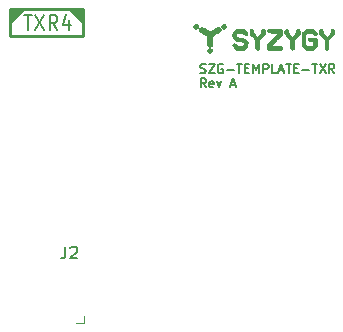
<source format=gbr>
%TF.GenerationSoftware,KiCad,Pcbnew,(6.0.7)*%
%TF.CreationDate,2022-08-04T11:05:02-07:00*%
%TF.ProjectId,SZG-TEMPLATE-TXR,535a472d-5445-44d5-904c-4154452d5458,A*%
%TF.SameCoordinates,Original*%
%TF.FileFunction,Legend,Top*%
%TF.FilePolarity,Positive*%
%FSLAX46Y46*%
G04 Gerber Fmt 4.6, Leading zero omitted, Abs format (unit mm)*
G04 Created by KiCad (PCBNEW (6.0.7)) date 2022-08-04 11:05:02*
%MOMM*%
%LPD*%
G01*
G04 APERTURE LIST*
%ADD10C,0.190500*%
%ADD11C,0.150000*%
%ADD12C,0.200000*%
%ADD13C,0.010000*%
%ADD14C,0.120000*%
%ADD15C,0.254000*%
G04 APERTURE END LIST*
D10*
X136551967Y-65071218D02*
X136660825Y-65107504D01*
X136842253Y-65107504D01*
X136914825Y-65071218D01*
X136951110Y-65034932D01*
X136987396Y-64962361D01*
X136987396Y-64889790D01*
X136951110Y-64817218D01*
X136914825Y-64780932D01*
X136842253Y-64744647D01*
X136697110Y-64708361D01*
X136624539Y-64672075D01*
X136588253Y-64635790D01*
X136551967Y-64563218D01*
X136551967Y-64490647D01*
X136588253Y-64418075D01*
X136624539Y-64381790D01*
X136697110Y-64345504D01*
X136878539Y-64345504D01*
X136987396Y-64381790D01*
X137241396Y-64345504D02*
X137749396Y-64345504D01*
X137241396Y-65107504D01*
X137749396Y-65107504D01*
X138438825Y-64381790D02*
X138366253Y-64345504D01*
X138257396Y-64345504D01*
X138148539Y-64381790D01*
X138075967Y-64454361D01*
X138039682Y-64526932D01*
X138003396Y-64672075D01*
X138003396Y-64780932D01*
X138039682Y-64926075D01*
X138075967Y-64998647D01*
X138148539Y-65071218D01*
X138257396Y-65107504D01*
X138329967Y-65107504D01*
X138438825Y-65071218D01*
X138475110Y-65034932D01*
X138475110Y-64780932D01*
X138329967Y-64780932D01*
X138801682Y-64817218D02*
X139382253Y-64817218D01*
X139636253Y-64345504D02*
X140071682Y-64345504D01*
X139853967Y-65107504D02*
X139853967Y-64345504D01*
X140325682Y-64708361D02*
X140579682Y-64708361D01*
X140688539Y-65107504D02*
X140325682Y-65107504D01*
X140325682Y-64345504D01*
X140688539Y-64345504D01*
X141015110Y-65107504D02*
X141015110Y-64345504D01*
X141269110Y-64889790D01*
X141523110Y-64345504D01*
X141523110Y-65107504D01*
X141885967Y-65107504D02*
X141885967Y-64345504D01*
X142176253Y-64345504D01*
X142248825Y-64381790D01*
X142285110Y-64418075D01*
X142321396Y-64490647D01*
X142321396Y-64599504D01*
X142285110Y-64672075D01*
X142248825Y-64708361D01*
X142176253Y-64744647D01*
X141885967Y-64744647D01*
X143010825Y-65107504D02*
X142647967Y-65107504D01*
X142647967Y-64345504D01*
X143228539Y-64889790D02*
X143591396Y-64889790D01*
X143155967Y-65107504D02*
X143409967Y-64345504D01*
X143663967Y-65107504D01*
X143809110Y-64345504D02*
X144244539Y-64345504D01*
X144026825Y-65107504D02*
X144026825Y-64345504D01*
X144498539Y-64708361D02*
X144752539Y-64708361D01*
X144861396Y-65107504D02*
X144498539Y-65107504D01*
X144498539Y-64345504D01*
X144861396Y-64345504D01*
X145187967Y-64817218D02*
X145768539Y-64817218D01*
X146022539Y-64345504D02*
X146457967Y-64345504D01*
X146240253Y-65107504D02*
X146240253Y-64345504D01*
X146639396Y-64345504D02*
X147147396Y-65107504D01*
X147147396Y-64345504D02*
X146639396Y-65107504D01*
X147873110Y-65107504D02*
X147619110Y-64744647D01*
X147437682Y-65107504D02*
X147437682Y-64345504D01*
X147727967Y-64345504D01*
X147800539Y-64381790D01*
X147836825Y-64418075D01*
X147873110Y-64490647D01*
X147873110Y-64599504D01*
X147836825Y-64672075D01*
X147800539Y-64708361D01*
X147727967Y-64744647D01*
X147437682Y-64744647D01*
X137023682Y-66334324D02*
X136769682Y-65971467D01*
X136588253Y-66334324D02*
X136588253Y-65572324D01*
X136878539Y-65572324D01*
X136951110Y-65608610D01*
X136987396Y-65644895D01*
X137023682Y-65717467D01*
X137023682Y-65826324D01*
X136987396Y-65898895D01*
X136951110Y-65935181D01*
X136878539Y-65971467D01*
X136588253Y-65971467D01*
X137640539Y-66298038D02*
X137567967Y-66334324D01*
X137422825Y-66334324D01*
X137350253Y-66298038D01*
X137313967Y-66225467D01*
X137313967Y-65935181D01*
X137350253Y-65862610D01*
X137422825Y-65826324D01*
X137567967Y-65826324D01*
X137640539Y-65862610D01*
X137676825Y-65935181D01*
X137676825Y-66007752D01*
X137313967Y-66080324D01*
X137930825Y-65826324D02*
X138112253Y-66334324D01*
X138293682Y-65826324D01*
X139128253Y-66116610D02*
X139491110Y-66116610D01*
X139055682Y-66334324D02*
X139309682Y-65572324D01*
X139563682Y-66334324D01*
D11*
%TO.C,J2*%
X125116666Y-79802380D02*
X125116666Y-80516666D01*
X125069047Y-80659523D01*
X124973809Y-80754761D01*
X124830952Y-80802380D01*
X124735714Y-80802380D01*
X125545238Y-79897619D02*
X125592857Y-79850000D01*
X125688095Y-79802380D01*
X125926190Y-79802380D01*
X126021428Y-79850000D01*
X126069047Y-79897619D01*
X126116666Y-79992857D01*
X126116666Y-80088095D01*
X126069047Y-80230952D01*
X125497619Y-80802380D01*
X126116666Y-80802380D01*
D12*
%TO.C,REF\u002A\u002A*%
X121644403Y-60184274D02*
X122301546Y-60184274D01*
X121972974Y-61484274D02*
X121972974Y-60184274D01*
X122575355Y-60184274D02*
X123342022Y-61484274D01*
X123342022Y-60184274D02*
X122575355Y-61484274D01*
X124437260Y-61484274D02*
X124053927Y-60865226D01*
X123780117Y-61484274D02*
X123780117Y-60184274D01*
X124218213Y-60184274D01*
X124327736Y-60246179D01*
X124382498Y-60308083D01*
X124437260Y-60431893D01*
X124437260Y-60617607D01*
X124382498Y-60741417D01*
X124327736Y-60803321D01*
X124218213Y-60865226D01*
X123780117Y-60865226D01*
X125422974Y-60617607D02*
X125422974Y-61484274D01*
X125149165Y-60122369D02*
X124875355Y-61050940D01*
X125587260Y-61050940D01*
%TO.C,G\u002A\u002A\u002A*%
G36*
X142972718Y-61365898D02*
G01*
X143111265Y-61368664D01*
X143229391Y-61372904D01*
X143319419Y-61378318D01*
X143373672Y-61384602D01*
X143382879Y-61386986D01*
X143431873Y-61428703D01*
X143466826Y-61505524D01*
X143484794Y-61607724D01*
X143483466Y-61719293D01*
X143479680Y-61751963D01*
X143472807Y-61781646D01*
X143459319Y-61812590D01*
X143435689Y-61849043D01*
X143398389Y-61895255D01*
X143343891Y-61955473D01*
X143268666Y-62033946D01*
X143169188Y-62134921D01*
X143041929Y-62262647D01*
X142984612Y-62320022D01*
X142861931Y-62443354D01*
X142750551Y-62556385D01*
X142654491Y-62654949D01*
X142577772Y-62734885D01*
X142524411Y-62792029D01*
X142498429Y-62822216D01*
X142496546Y-62825606D01*
X142518464Y-62830892D01*
X142579535Y-62835516D01*
X142672729Y-62839207D01*
X142791018Y-62841697D01*
X142927374Y-62842716D01*
X142943240Y-62842727D01*
X143099081Y-62843087D01*
X143215292Y-62844547D01*
X143298421Y-62847678D01*
X143355017Y-62853049D01*
X143391627Y-62861231D01*
X143414801Y-62872795D01*
X143428149Y-62884955D01*
X143461607Y-62952943D01*
X143458649Y-63029805D01*
X143420182Y-63096727D01*
X143403100Y-63111405D01*
X143381015Y-63122600D01*
X143347948Y-63130782D01*
X143297915Y-63136419D01*
X143224936Y-63139981D01*
X143123027Y-63141937D01*
X142986209Y-63142756D01*
X142831364Y-63142909D01*
X142658695Y-63142704D01*
X142526225Y-63141778D01*
X142427974Y-63139660D01*
X142357958Y-63135881D01*
X142310196Y-63129973D01*
X142278706Y-63121467D01*
X142257508Y-63109892D01*
X142242546Y-63096727D01*
X142218809Y-63065521D01*
X142204728Y-63022767D01*
X142198012Y-62956777D01*
X142196364Y-62861273D01*
X142196364Y-62672000D01*
X142684906Y-62181527D01*
X143173447Y-61691054D01*
X142733450Y-61683845D01*
X142578359Y-61680903D01*
X142462683Y-61677405D01*
X142379655Y-61672643D01*
X142322509Y-61665907D01*
X142284477Y-61656488D01*
X142258793Y-61643677D01*
X142244908Y-61632648D01*
X142202852Y-61567790D01*
X142201366Y-61495371D01*
X142239716Y-61428491D01*
X142257205Y-61412767D01*
X142279688Y-61397031D01*
X142306023Y-61385175D01*
X142342648Y-61376652D01*
X142396001Y-61370916D01*
X142472519Y-61367422D01*
X142578638Y-61365624D01*
X142720798Y-61364974D01*
X142821429Y-61364909D01*
X142972718Y-61365898D01*
G37*
D13*
X142972718Y-61365898D02*
X143111265Y-61368664D01*
X143229391Y-61372904D01*
X143319419Y-61378318D01*
X143373672Y-61384602D01*
X143382879Y-61386986D01*
X143431873Y-61428703D01*
X143466826Y-61505524D01*
X143484794Y-61607724D01*
X143483466Y-61719293D01*
X143479680Y-61751963D01*
X143472807Y-61781646D01*
X143459319Y-61812590D01*
X143435689Y-61849043D01*
X143398389Y-61895255D01*
X143343891Y-61955473D01*
X143268666Y-62033946D01*
X143169188Y-62134921D01*
X143041929Y-62262647D01*
X142984612Y-62320022D01*
X142861931Y-62443354D01*
X142750551Y-62556385D01*
X142654491Y-62654949D01*
X142577772Y-62734885D01*
X142524411Y-62792029D01*
X142498429Y-62822216D01*
X142496546Y-62825606D01*
X142518464Y-62830892D01*
X142579535Y-62835516D01*
X142672729Y-62839207D01*
X142791018Y-62841697D01*
X142927374Y-62842716D01*
X142943240Y-62842727D01*
X143099081Y-62843087D01*
X143215292Y-62844547D01*
X143298421Y-62847678D01*
X143355017Y-62853049D01*
X143391627Y-62861231D01*
X143414801Y-62872795D01*
X143428149Y-62884955D01*
X143461607Y-62952943D01*
X143458649Y-63029805D01*
X143420182Y-63096727D01*
X143403100Y-63111405D01*
X143381015Y-63122600D01*
X143347948Y-63130782D01*
X143297915Y-63136419D01*
X143224936Y-63139981D01*
X143123027Y-63141937D01*
X142986209Y-63142756D01*
X142831364Y-63142909D01*
X142658695Y-63142704D01*
X142526225Y-63141778D01*
X142427974Y-63139660D01*
X142357958Y-63135881D01*
X142310196Y-63129973D01*
X142278706Y-63121467D01*
X142257508Y-63109892D01*
X142242546Y-63096727D01*
X142218809Y-63065521D01*
X142204728Y-63022767D01*
X142198012Y-62956777D01*
X142196364Y-62861273D01*
X142196364Y-62672000D01*
X142684906Y-62181527D01*
X143173447Y-61691054D01*
X142733450Y-61683845D01*
X142578359Y-61680903D01*
X142462683Y-61677405D01*
X142379655Y-61672643D01*
X142322509Y-61665907D01*
X142284477Y-61656488D01*
X142258793Y-61643677D01*
X142244908Y-61632648D01*
X142202852Y-61567790D01*
X142201366Y-61495371D01*
X142239716Y-61428491D01*
X142257205Y-61412767D01*
X142279688Y-61397031D01*
X142306023Y-61385175D01*
X142342648Y-61376652D01*
X142396001Y-61370916D01*
X142472519Y-61367422D01*
X142578638Y-61365624D01*
X142720798Y-61364974D01*
X142821429Y-61364909D01*
X142972718Y-61365898D01*
G36*
X146805766Y-61384187D02*
G01*
X146859727Y-61434375D01*
X146895254Y-61515085D01*
X146906569Y-61607941D01*
X146909601Y-61653315D01*
X146922381Y-61693100D01*
X146951003Y-61736698D01*
X147001557Y-61793514D01*
X147074879Y-61867732D01*
X147242849Y-62034580D01*
X147409697Y-61866611D01*
X147485155Y-61789523D01*
X147533583Y-61734771D01*
X147560959Y-61692387D01*
X147573260Y-61652407D01*
X147576465Y-61604865D01*
X147576546Y-61588453D01*
X147583230Y-61507420D01*
X147607845Y-61451079D01*
X147633223Y-61421587D01*
X147690798Y-61376192D01*
X147742597Y-61370302D01*
X147803387Y-61403203D01*
X147815886Y-61412767D01*
X147846270Y-61440090D01*
X147864412Y-61471020D01*
X147873439Y-61517596D01*
X147876477Y-61591858D01*
X147876728Y-61647127D01*
X147876728Y-61833629D01*
X147391818Y-62325711D01*
X147391818Y-62671445D01*
X147390709Y-62816442D01*
X147386995Y-62922058D01*
X147380094Y-62995046D01*
X147369424Y-63042164D01*
X147357888Y-63065621D01*
X147299058Y-63116871D01*
X147228231Y-63129165D01*
X147207091Y-63124592D01*
X147165336Y-63108688D01*
X147135042Y-63086333D01*
X147114387Y-63050577D01*
X147101546Y-62994468D01*
X147094696Y-62911056D01*
X147092013Y-62793388D01*
X147091637Y-62684549D01*
X147091637Y-62325711D01*
X146849182Y-62079670D01*
X146606728Y-61833629D01*
X146606728Y-61634438D01*
X146607601Y-61537357D01*
X146612052Y-61475463D01*
X146622826Y-61437765D01*
X146642670Y-61413275D01*
X146666244Y-61396250D01*
X146739298Y-61369739D01*
X146805766Y-61384187D01*
G37*
X146805766Y-61384187D02*
X146859727Y-61434375D01*
X146895254Y-61515085D01*
X146906569Y-61607941D01*
X146909601Y-61653315D01*
X146922381Y-61693100D01*
X146951003Y-61736698D01*
X147001557Y-61793514D01*
X147074879Y-61867732D01*
X147242849Y-62034580D01*
X147409697Y-61866611D01*
X147485155Y-61789523D01*
X147533583Y-61734771D01*
X147560959Y-61692387D01*
X147573260Y-61652407D01*
X147576465Y-61604865D01*
X147576546Y-61588453D01*
X147583230Y-61507420D01*
X147607845Y-61451079D01*
X147633223Y-61421587D01*
X147690798Y-61376192D01*
X147742597Y-61370302D01*
X147803387Y-61403203D01*
X147815886Y-61412767D01*
X147846270Y-61440090D01*
X147864412Y-61471020D01*
X147873439Y-61517596D01*
X147876477Y-61591858D01*
X147876728Y-61647127D01*
X147876728Y-61833629D01*
X147391818Y-62325711D01*
X147391818Y-62671445D01*
X147390709Y-62816442D01*
X147386995Y-62922058D01*
X147380094Y-62995046D01*
X147369424Y-63042164D01*
X147357888Y-63065621D01*
X147299058Y-63116871D01*
X147228231Y-63129165D01*
X147207091Y-63124592D01*
X147165336Y-63108688D01*
X147135042Y-63086333D01*
X147114387Y-63050577D01*
X147101546Y-62994468D01*
X147094696Y-62911056D01*
X147092013Y-62793388D01*
X147091637Y-62684549D01*
X147091637Y-62325711D01*
X146849182Y-62079670D01*
X146606728Y-61833629D01*
X146606728Y-61634438D01*
X146607601Y-61537357D01*
X146612052Y-61475463D01*
X146622826Y-61437765D01*
X146642670Y-61413275D01*
X146666244Y-61396250D01*
X146739298Y-61369739D01*
X146805766Y-61384187D01*
G36*
X141894454Y-61377231D02*
G01*
X141954959Y-61421587D01*
X141985236Y-61457608D01*
X142002405Y-61498951D01*
X142010018Y-61559581D01*
X142011637Y-61644401D01*
X142011637Y-61810538D01*
X141769182Y-62056579D01*
X141526728Y-62302620D01*
X141526728Y-62643093D01*
X141524675Y-62804422D01*
X141517541Y-62925625D01*
X141503858Y-63012615D01*
X141482159Y-63071306D01*
X141450977Y-63107612D01*
X141408846Y-63127448D01*
X141406425Y-63128113D01*
X141350543Y-63140086D01*
X141313710Y-63132687D01*
X141273520Y-63099499D01*
X141260132Y-63086231D01*
X141238715Y-63063112D01*
X141223510Y-63038286D01*
X141213454Y-63003914D01*
X141207484Y-62952157D01*
X141204537Y-62875178D01*
X141203550Y-62765136D01*
X141203455Y-62668420D01*
X141203455Y-62307286D01*
X140987676Y-62095870D01*
X140904124Y-62012195D01*
X140831252Y-61935844D01*
X140776350Y-61874694D01*
X140746712Y-61836619D01*
X140745222Y-61834018D01*
X140731282Y-61785006D01*
X140721628Y-61707763D01*
X140718546Y-61630923D01*
X140721015Y-61543400D01*
X140731135Y-61486883D01*
X140752979Y-61446334D01*
X140775223Y-61421587D01*
X140832798Y-61376192D01*
X140884597Y-61370302D01*
X140945387Y-61403203D01*
X140957886Y-61412767D01*
X140995682Y-61450292D01*
X141013757Y-61496321D01*
X141018701Y-61568679D01*
X141018728Y-61577315D01*
X141020098Y-61630670D01*
X141028075Y-61672501D01*
X141048456Y-61712700D01*
X141087038Y-61761157D01*
X141149621Y-61827766D01*
X141189538Y-61868732D01*
X141360349Y-62043459D01*
X141521667Y-61887719D01*
X141595930Y-61815080D01*
X141643443Y-61763031D01*
X141670784Y-61720195D01*
X141684534Y-61675195D01*
X141691273Y-61616655D01*
X141693169Y-61591191D01*
X141703419Y-61503543D01*
X141721699Y-61447953D01*
X141752816Y-61410413D01*
X141756144Y-61407656D01*
X141827096Y-61369865D01*
X141894454Y-61377231D01*
G37*
X141894454Y-61377231D02*
X141954959Y-61421587D01*
X141985236Y-61457608D01*
X142002405Y-61498951D01*
X142010018Y-61559581D01*
X142011637Y-61644401D01*
X142011637Y-61810538D01*
X141769182Y-62056579D01*
X141526728Y-62302620D01*
X141526728Y-62643093D01*
X141524675Y-62804422D01*
X141517541Y-62925625D01*
X141503858Y-63012615D01*
X141482159Y-63071306D01*
X141450977Y-63107612D01*
X141408846Y-63127448D01*
X141406425Y-63128113D01*
X141350543Y-63140086D01*
X141313710Y-63132687D01*
X141273520Y-63099499D01*
X141260132Y-63086231D01*
X141238715Y-63063112D01*
X141223510Y-63038286D01*
X141213454Y-63003914D01*
X141207484Y-62952157D01*
X141204537Y-62875178D01*
X141203550Y-62765136D01*
X141203455Y-62668420D01*
X141203455Y-62307286D01*
X140987676Y-62095870D01*
X140904124Y-62012195D01*
X140831252Y-61935844D01*
X140776350Y-61874694D01*
X140746712Y-61836619D01*
X140745222Y-61834018D01*
X140731282Y-61785006D01*
X140721628Y-61707763D01*
X140718546Y-61630923D01*
X140721015Y-61543400D01*
X140731135Y-61486883D01*
X140752979Y-61446334D01*
X140775223Y-61421587D01*
X140832798Y-61376192D01*
X140884597Y-61370302D01*
X140945387Y-61403203D01*
X140957886Y-61412767D01*
X140995682Y-61450292D01*
X141013757Y-61496321D01*
X141018701Y-61568679D01*
X141018728Y-61577315D01*
X141020098Y-61630670D01*
X141028075Y-61672501D01*
X141048456Y-61712700D01*
X141087038Y-61761157D01*
X141149621Y-61827766D01*
X141189538Y-61868732D01*
X141360349Y-62043459D01*
X141521667Y-61887719D01*
X141595930Y-61815080D01*
X141643443Y-61763031D01*
X141670784Y-61720195D01*
X141684534Y-61675195D01*
X141691273Y-61616655D01*
X141693169Y-61591191D01*
X141703419Y-61503543D01*
X141721699Y-61447953D01*
X141752816Y-61410413D01*
X141756144Y-61407656D01*
X141827096Y-61369865D01*
X141894454Y-61377231D01*
G36*
X136633492Y-61213003D02*
G01*
X136670035Y-61222917D01*
X136719393Y-61244197D01*
X136787848Y-61279657D01*
X136881683Y-61332109D01*
X137007178Y-61404368D01*
X137050962Y-61429761D01*
X137148696Y-61484874D01*
X137234230Y-61530126D01*
X137298524Y-61560934D01*
X137332537Y-61572716D01*
X137333014Y-61572727D01*
X137366510Y-61561237D01*
X137429310Y-61530151D01*
X137511680Y-61484549D01*
X137583143Y-61442235D01*
X137739850Y-61349193D01*
X137864494Y-61281743D01*
X137962595Y-61238639D01*
X138039672Y-61218634D01*
X138101246Y-61220482D01*
X138152834Y-61242935D01*
X138199958Y-61284748D01*
X138213250Y-61299928D01*
X138255819Y-61364061D01*
X138269021Y-61424830D01*
X138250344Y-61485930D01*
X138197277Y-61551057D01*
X138107309Y-61623906D01*
X137977929Y-61708172D01*
X137907290Y-61750156D01*
X137803529Y-61810325D01*
X137710825Y-61863621D01*
X137638188Y-61904894D01*
X137594631Y-61928995D01*
X137590275Y-61931265D01*
X137573494Y-61942627D01*
X137560919Y-61961656D01*
X137551650Y-61994986D01*
X137544784Y-62049246D01*
X137539421Y-62131068D01*
X137534660Y-62247085D01*
X137530646Y-62369992D01*
X137526283Y-62503164D01*
X137522053Y-62619295D01*
X137518260Y-62710953D01*
X137515211Y-62770707D01*
X137513328Y-62791112D01*
X137486699Y-62811605D01*
X137437418Y-62840917D01*
X137383673Y-62869132D01*
X137343657Y-62886335D01*
X137335728Y-62887919D01*
X137300272Y-62878780D01*
X137244927Y-62857623D01*
X137239409Y-62855248D01*
X137181368Y-62819869D01*
X137142066Y-62778286D01*
X137141273Y-62776852D01*
X137131762Y-62735462D01*
X137124220Y-62654311D01*
X137119018Y-62539792D01*
X137116528Y-62398298D01*
X137116364Y-62348080D01*
X137116364Y-61965852D01*
X137029773Y-61911505D01*
X136954221Y-61865664D01*
X136868014Y-61815520D01*
X136839273Y-61799328D01*
X136694956Y-61718392D01*
X136586266Y-61655000D01*
X136508173Y-61604792D01*
X136455649Y-61563405D01*
X136423664Y-61526478D01*
X136407192Y-61489649D01*
X136401201Y-61448555D01*
X136400546Y-61418786D01*
X136421718Y-61334706D01*
X136477558Y-61264045D01*
X136556552Y-61220283D01*
X136573728Y-61216021D01*
X136603484Y-61211643D01*
X136633492Y-61213003D01*
G37*
X136633492Y-61213003D02*
X136670035Y-61222917D01*
X136719393Y-61244197D01*
X136787848Y-61279657D01*
X136881683Y-61332109D01*
X137007178Y-61404368D01*
X137050962Y-61429761D01*
X137148696Y-61484874D01*
X137234230Y-61530126D01*
X137298524Y-61560934D01*
X137332537Y-61572716D01*
X137333014Y-61572727D01*
X137366510Y-61561237D01*
X137429310Y-61530151D01*
X137511680Y-61484549D01*
X137583143Y-61442235D01*
X137739850Y-61349193D01*
X137864494Y-61281743D01*
X137962595Y-61238639D01*
X138039672Y-61218634D01*
X138101246Y-61220482D01*
X138152834Y-61242935D01*
X138199958Y-61284748D01*
X138213250Y-61299928D01*
X138255819Y-61364061D01*
X138269021Y-61424830D01*
X138250344Y-61485930D01*
X138197277Y-61551057D01*
X138107309Y-61623906D01*
X137977929Y-61708172D01*
X137907290Y-61750156D01*
X137803529Y-61810325D01*
X137710825Y-61863621D01*
X137638188Y-61904894D01*
X137594631Y-61928995D01*
X137590275Y-61931265D01*
X137573494Y-61942627D01*
X137560919Y-61961656D01*
X137551650Y-61994986D01*
X137544784Y-62049246D01*
X137539421Y-62131068D01*
X137534660Y-62247085D01*
X137530646Y-62369992D01*
X137526283Y-62503164D01*
X137522053Y-62619295D01*
X137518260Y-62710953D01*
X137515211Y-62770707D01*
X137513328Y-62791112D01*
X137486699Y-62811605D01*
X137437418Y-62840917D01*
X137383673Y-62869132D01*
X137343657Y-62886335D01*
X137335728Y-62887919D01*
X137300272Y-62878780D01*
X137244927Y-62857623D01*
X137239409Y-62855248D01*
X137181368Y-62819869D01*
X137142066Y-62778286D01*
X137141273Y-62776852D01*
X137131762Y-62735462D01*
X137124220Y-62654311D01*
X137119018Y-62539792D01*
X137116528Y-62398298D01*
X137116364Y-62348080D01*
X137116364Y-61965852D01*
X137029773Y-61911505D01*
X136954221Y-61865664D01*
X136868014Y-61815520D01*
X136839273Y-61799328D01*
X136694956Y-61718392D01*
X136586266Y-61655000D01*
X136508173Y-61604792D01*
X136455649Y-61563405D01*
X136423664Y-61526478D01*
X136407192Y-61489649D01*
X136401201Y-61448555D01*
X136400546Y-61418786D01*
X136421718Y-61334706D01*
X136477558Y-61264045D01*
X136556552Y-61220283D01*
X136573728Y-61216021D01*
X136603484Y-61211643D01*
X136633492Y-61213003D01*
G36*
X146236649Y-61537472D02*
G01*
X146314988Y-61617970D01*
X146364192Y-61676821D01*
X146390151Y-61722482D01*
X146398750Y-61763411D01*
X146398909Y-61770575D01*
X146385271Y-61836470D01*
X146356682Y-61880876D01*
X146298073Y-61915366D01*
X146234884Y-61912619D01*
X146161729Y-61871092D01*
X146087182Y-61803636D01*
X145973464Y-61688182D01*
X145775080Y-61688182D01*
X145678313Y-61688973D01*
X145615097Y-61693701D01*
X145572802Y-61705900D01*
X145538798Y-61729103D01*
X145502894Y-61764327D01*
X145429091Y-61840471D01*
X145429091Y-62671718D01*
X145516656Y-62757223D01*
X145563455Y-62800730D01*
X145602868Y-62826226D01*
X145649675Y-62838520D01*
X145718654Y-62842418D01*
X145779514Y-62842727D01*
X145954808Y-62842727D01*
X146039473Y-62749013D01*
X146089130Y-62689522D01*
X146113112Y-62641048D01*
X146119049Y-62582619D01*
X146117206Y-62535422D01*
X146110273Y-62415545D01*
X145911030Y-62408915D01*
X145789282Y-62399921D01*
X145706837Y-62380109D01*
X145657385Y-62345904D01*
X145634618Y-62293729D01*
X145631137Y-62250297D01*
X145638381Y-62195542D01*
X145663991Y-62155843D01*
X145713782Y-62129018D01*
X145793569Y-62112886D01*
X145909167Y-62105263D01*
X146021517Y-62103818D01*
X146141845Y-62104300D01*
X146225149Y-62106752D01*
X146280585Y-62112684D01*
X146317308Y-62123604D01*
X146344474Y-62141023D01*
X146365323Y-62160496D01*
X146389710Y-62187601D01*
X146405878Y-62217213D01*
X146415507Y-62258952D01*
X146420278Y-62322436D01*
X146421870Y-62417286D01*
X146422000Y-62484915D01*
X146419303Y-62628926D01*
X146410893Y-62731851D01*
X146396294Y-62798490D01*
X146389175Y-62815010D01*
X146350287Y-62869990D01*
X146287581Y-62940278D01*
X146213944Y-63013158D01*
X146142266Y-63075915D01*
X146085435Y-63115834D01*
X146082927Y-63117149D01*
X146038460Y-63127656D01*
X145960036Y-63135188D01*
X145859786Y-63139679D01*
X145749842Y-63141064D01*
X145642338Y-63139278D01*
X145549404Y-63134258D01*
X145483174Y-63125936D01*
X145463728Y-63120460D01*
X145426720Y-63095431D01*
X145368819Y-63045984D01*
X145300698Y-62981415D01*
X145279000Y-62959604D01*
X145140455Y-62818270D01*
X145133426Y-62295676D01*
X145131948Y-62088855D01*
X145133639Y-61925532D01*
X145138475Y-61806437D01*
X145146435Y-61732301D01*
X145151947Y-61711401D01*
X145180172Y-61666396D01*
X145232230Y-61602101D01*
X145298113Y-61530647D01*
X145315570Y-61513087D01*
X145453643Y-61376455D01*
X146074388Y-61376455D01*
X146236649Y-61537472D01*
G37*
X146236649Y-61537472D02*
X146314988Y-61617970D01*
X146364192Y-61676821D01*
X146390151Y-61722482D01*
X146398750Y-61763411D01*
X146398909Y-61770575D01*
X146385271Y-61836470D01*
X146356682Y-61880876D01*
X146298073Y-61915366D01*
X146234884Y-61912619D01*
X146161729Y-61871092D01*
X146087182Y-61803636D01*
X145973464Y-61688182D01*
X145775080Y-61688182D01*
X145678313Y-61688973D01*
X145615097Y-61693701D01*
X145572802Y-61705900D01*
X145538798Y-61729103D01*
X145502894Y-61764327D01*
X145429091Y-61840471D01*
X145429091Y-62671718D01*
X145516656Y-62757223D01*
X145563455Y-62800730D01*
X145602868Y-62826226D01*
X145649675Y-62838520D01*
X145718654Y-62842418D01*
X145779514Y-62842727D01*
X145954808Y-62842727D01*
X146039473Y-62749013D01*
X146089130Y-62689522D01*
X146113112Y-62641048D01*
X146119049Y-62582619D01*
X146117206Y-62535422D01*
X146110273Y-62415545D01*
X145911030Y-62408915D01*
X145789282Y-62399921D01*
X145706837Y-62380109D01*
X145657385Y-62345904D01*
X145634618Y-62293729D01*
X145631137Y-62250297D01*
X145638381Y-62195542D01*
X145663991Y-62155843D01*
X145713782Y-62129018D01*
X145793569Y-62112886D01*
X145909167Y-62105263D01*
X146021517Y-62103818D01*
X146141845Y-62104300D01*
X146225149Y-62106752D01*
X146280585Y-62112684D01*
X146317308Y-62123604D01*
X146344474Y-62141023D01*
X146365323Y-62160496D01*
X146389710Y-62187601D01*
X146405878Y-62217213D01*
X146415507Y-62258952D01*
X146420278Y-62322436D01*
X146421870Y-62417286D01*
X146422000Y-62484915D01*
X146419303Y-62628926D01*
X146410893Y-62731851D01*
X146396294Y-62798490D01*
X146389175Y-62815010D01*
X146350287Y-62869990D01*
X146287581Y-62940278D01*
X146213944Y-63013158D01*
X146142266Y-63075915D01*
X146085435Y-63115834D01*
X146082927Y-63117149D01*
X146038460Y-63127656D01*
X145960036Y-63135188D01*
X145859786Y-63139679D01*
X145749842Y-63141064D01*
X145642338Y-63139278D01*
X145549404Y-63134258D01*
X145483174Y-63125936D01*
X145463728Y-63120460D01*
X145426720Y-63095431D01*
X145368819Y-63045984D01*
X145300698Y-62981415D01*
X145279000Y-62959604D01*
X145140455Y-62818270D01*
X145133426Y-62295676D01*
X145131948Y-62088855D01*
X145133639Y-61925532D01*
X145138475Y-61806437D01*
X145146435Y-61732301D01*
X145151947Y-61711401D01*
X145180172Y-61666396D01*
X145232230Y-61602101D01*
X145298113Y-61530647D01*
X145315570Y-61513087D01*
X145453643Y-61376455D01*
X146074388Y-61376455D01*
X146236649Y-61537472D01*
G36*
X136243672Y-60979340D02*
G01*
X136307979Y-61043724D01*
X136331739Y-61088944D01*
X136344378Y-61174419D01*
X136317235Y-61256084D01*
X136255650Y-61320301D01*
X136236804Y-61331362D01*
X136167449Y-61359476D01*
X136111867Y-61358228D01*
X136065728Y-61338108D01*
X135985288Y-61273839D01*
X135946418Y-61196398D01*
X135950396Y-61112534D01*
X135998497Y-61028995D01*
X136005719Y-61020987D01*
X136083011Y-60965985D01*
X136165505Y-60952764D01*
X136243672Y-60979340D01*
G37*
X136243672Y-60979340D02*
X136307979Y-61043724D01*
X136331739Y-61088944D01*
X136344378Y-61174419D01*
X136317235Y-61256084D01*
X136255650Y-61320301D01*
X136236804Y-61331362D01*
X136167449Y-61359476D01*
X136111867Y-61358228D01*
X136065728Y-61338108D01*
X135985288Y-61273839D01*
X135946418Y-61196398D01*
X135950396Y-61112534D01*
X135998497Y-61028995D01*
X136005719Y-61020987D01*
X136083011Y-60965985D01*
X136165505Y-60952764D01*
X136243672Y-60979340D01*
G36*
X139912174Y-61366870D02*
G01*
X139967120Y-61368518D01*
X140212930Y-61376455D01*
X140376223Y-61544053D01*
X140450500Y-61621648D01*
X140497134Y-61675763D01*
X140521514Y-61715193D01*
X140529030Y-61748732D01*
X140525070Y-61785174D01*
X140524810Y-61786507D01*
X140493734Y-61869412D01*
X140442574Y-61911818D01*
X140373667Y-61913604D01*
X140289351Y-61874643D01*
X140201160Y-61803636D01*
X140079083Y-61688182D01*
X139886305Y-61688182D01*
X139789468Y-61689402D01*
X139726031Y-61695113D01*
X139683234Y-61708389D01*
X139648319Y-61732303D01*
X139628764Y-61750229D01*
X139574059Y-61826638D01*
X139565267Y-61906095D01*
X139602329Y-61987213D01*
X139640145Y-62030016D01*
X139675727Y-62063032D01*
X139707814Y-62084358D01*
X139747340Y-62096547D01*
X139805241Y-62102155D01*
X139892451Y-62103738D01*
X139955969Y-62103818D01*
X140195648Y-62103818D01*
X140538852Y-62447022D01*
X140530393Y-62633284D01*
X140521935Y-62819547D01*
X140366092Y-62975455D01*
X140210249Y-63131364D01*
X139915988Y-63138044D01*
X139790104Y-63140058D01*
X139700940Y-63138770D01*
X139639093Y-63133224D01*
X139595161Y-63122465D01*
X139559743Y-63105534D01*
X139552455Y-63101073D01*
X139500403Y-63061126D01*
X139433473Y-63000320D01*
X139373500Y-62939518D01*
X139297302Y-62840815D01*
X139262023Y-62753771D01*
X139268102Y-62680744D01*
X139315138Y-62624673D01*
X139365546Y-62597463D01*
X139413618Y-62594420D01*
X139468529Y-62618616D01*
X139539459Y-62673123D01*
X139587091Y-62715727D01*
X139725235Y-62842727D01*
X139896974Y-62842727D01*
X139987052Y-62841376D01*
X140045951Y-62834266D01*
X140088659Y-62816810D01*
X140130164Y-62784425D01*
X140151174Y-62764955D01*
X140214909Y-62688498D01*
X140233810Y-62617895D01*
X140207797Y-62547625D01*
X140147046Y-62481105D01*
X140106763Y-62446560D01*
X140071777Y-62424275D01*
X140030751Y-62411563D01*
X139972352Y-62405735D01*
X139885245Y-62404102D01*
X139822059Y-62404018D01*
X139583663Y-62404000D01*
X139443680Y-62271227D01*
X139347423Y-62171400D01*
X139285433Y-62083324D01*
X139251852Y-61995895D01*
X139240817Y-61898007D01*
X139240728Y-61886699D01*
X139246902Y-61794682D01*
X139269627Y-61717731D01*
X139315207Y-61643544D01*
X139389946Y-61559818D01*
X139426972Y-61523263D01*
X139495449Y-61459973D01*
X139555251Y-61415477D01*
X139616600Y-61386849D01*
X139689721Y-61371157D01*
X139784837Y-61365474D01*
X139912174Y-61366870D01*
G37*
X139912174Y-61366870D02*
X139967120Y-61368518D01*
X140212930Y-61376455D01*
X140376223Y-61544053D01*
X140450500Y-61621648D01*
X140497134Y-61675763D01*
X140521514Y-61715193D01*
X140529030Y-61748732D01*
X140525070Y-61785174D01*
X140524810Y-61786507D01*
X140493734Y-61869412D01*
X140442574Y-61911818D01*
X140373667Y-61913604D01*
X140289351Y-61874643D01*
X140201160Y-61803636D01*
X140079083Y-61688182D01*
X139886305Y-61688182D01*
X139789468Y-61689402D01*
X139726031Y-61695113D01*
X139683234Y-61708389D01*
X139648319Y-61732303D01*
X139628764Y-61750229D01*
X139574059Y-61826638D01*
X139565267Y-61906095D01*
X139602329Y-61987213D01*
X139640145Y-62030016D01*
X139675727Y-62063032D01*
X139707814Y-62084358D01*
X139747340Y-62096547D01*
X139805241Y-62102155D01*
X139892451Y-62103738D01*
X139955969Y-62103818D01*
X140195648Y-62103818D01*
X140538852Y-62447022D01*
X140530393Y-62633284D01*
X140521935Y-62819547D01*
X140366092Y-62975455D01*
X140210249Y-63131364D01*
X139915988Y-63138044D01*
X139790104Y-63140058D01*
X139700940Y-63138770D01*
X139639093Y-63133224D01*
X139595161Y-63122465D01*
X139559743Y-63105534D01*
X139552455Y-63101073D01*
X139500403Y-63061126D01*
X139433473Y-63000320D01*
X139373500Y-62939518D01*
X139297302Y-62840815D01*
X139262023Y-62753771D01*
X139268102Y-62680744D01*
X139315138Y-62624673D01*
X139365546Y-62597463D01*
X139413618Y-62594420D01*
X139468529Y-62618616D01*
X139539459Y-62673123D01*
X139587091Y-62715727D01*
X139725235Y-62842727D01*
X139896974Y-62842727D01*
X139987052Y-62841376D01*
X140045951Y-62834266D01*
X140088659Y-62816810D01*
X140130164Y-62784425D01*
X140151174Y-62764955D01*
X140214909Y-62688498D01*
X140233810Y-62617895D01*
X140207797Y-62547625D01*
X140147046Y-62481105D01*
X140106763Y-62446560D01*
X140071777Y-62424275D01*
X140030751Y-62411563D01*
X139972352Y-62405735D01*
X139885245Y-62404102D01*
X139822059Y-62404018D01*
X139583663Y-62404000D01*
X139443680Y-62271227D01*
X139347423Y-62171400D01*
X139285433Y-62083324D01*
X139251852Y-61995895D01*
X139240817Y-61898007D01*
X139240728Y-61886699D01*
X139246902Y-61794682D01*
X139269627Y-61717731D01*
X139315207Y-61643544D01*
X139389946Y-61559818D01*
X139426972Y-61523263D01*
X139495449Y-61459973D01*
X139555251Y-61415477D01*
X139616600Y-61386849D01*
X139689721Y-61371157D01*
X139784837Y-61365474D01*
X139912174Y-61366870D01*
G36*
X143873347Y-61389100D02*
G01*
X143931037Y-61435267D01*
X143964748Y-61520426D01*
X143974364Y-61628169D01*
X143976732Y-61676003D01*
X143988013Y-61715761D01*
X144014476Y-61757264D01*
X144062390Y-61810332D01*
X144138021Y-61884784D01*
X144138371Y-61885123D01*
X144302379Y-62043459D01*
X144473190Y-61868732D01*
X144549538Y-61789500D01*
X144598936Y-61733109D01*
X144627227Y-61689888D01*
X144640259Y-61650166D01*
X144643876Y-61604270D01*
X144644000Y-61586135D01*
X144658514Y-61489061D01*
X144697150Y-61419596D01*
X144752555Y-61381914D01*
X144817373Y-61380187D01*
X144884248Y-61418590D01*
X144903773Y-61438746D01*
X144926594Y-61478499D01*
X144939331Y-61539172D01*
X144944025Y-61631920D01*
X144944182Y-61659554D01*
X144944182Y-61833629D01*
X144701728Y-62079670D01*
X144459273Y-62325711D01*
X144459273Y-62677632D01*
X144458987Y-62812403D01*
X144457393Y-62908966D01*
X144453383Y-62975294D01*
X144445853Y-63019361D01*
X144433696Y-63049139D01*
X144415806Y-63072602D01*
X144402595Y-63086231D01*
X144332475Y-63134435D01*
X144264450Y-63136558D01*
X144222271Y-63114045D01*
X144189610Y-63079383D01*
X144165868Y-63027975D01*
X144149868Y-62953230D01*
X144140431Y-62848557D01*
X144136380Y-62707365D01*
X144136000Y-62631315D01*
X144136000Y-62307455D01*
X143936129Y-62107500D01*
X143830501Y-61999751D01*
X143754389Y-61915443D01*
X143703103Y-61846992D01*
X143671951Y-61786812D01*
X143656243Y-61727316D01*
X143651290Y-61660919D01*
X143651177Y-61646626D01*
X143663342Y-61526095D01*
X143698291Y-61438984D01*
X143753421Y-61388313D01*
X143826129Y-61377099D01*
X143873347Y-61389100D01*
G37*
X143873347Y-61389100D02*
X143931037Y-61435267D01*
X143964748Y-61520426D01*
X143974364Y-61628169D01*
X143976732Y-61676003D01*
X143988013Y-61715761D01*
X144014476Y-61757264D01*
X144062390Y-61810332D01*
X144138021Y-61884784D01*
X144138371Y-61885123D01*
X144302379Y-62043459D01*
X144473190Y-61868732D01*
X144549538Y-61789500D01*
X144598936Y-61733109D01*
X144627227Y-61689888D01*
X144640259Y-61650166D01*
X144643876Y-61604270D01*
X144644000Y-61586135D01*
X144658514Y-61489061D01*
X144697150Y-61419596D01*
X144752555Y-61381914D01*
X144817373Y-61380187D01*
X144884248Y-61418590D01*
X144903773Y-61438746D01*
X144926594Y-61478499D01*
X144939331Y-61539172D01*
X144944025Y-61631920D01*
X144944182Y-61659554D01*
X144944182Y-61833629D01*
X144701728Y-62079670D01*
X144459273Y-62325711D01*
X144459273Y-62677632D01*
X144458987Y-62812403D01*
X144457393Y-62908966D01*
X144453383Y-62975294D01*
X144445853Y-63019361D01*
X144433696Y-63049139D01*
X144415806Y-63072602D01*
X144402595Y-63086231D01*
X144332475Y-63134435D01*
X144264450Y-63136558D01*
X144222271Y-63114045D01*
X144189610Y-63079383D01*
X144165868Y-63027975D01*
X144149868Y-62953230D01*
X144140431Y-62848557D01*
X144136380Y-62707365D01*
X144136000Y-62631315D01*
X144136000Y-62307455D01*
X143936129Y-62107500D01*
X143830501Y-61999751D01*
X143754389Y-61915443D01*
X143703103Y-61846992D01*
X143671951Y-61786812D01*
X143656243Y-61727316D01*
X143651290Y-61660919D01*
X143651177Y-61646626D01*
X143663342Y-61526095D01*
X143698291Y-61438984D01*
X143753421Y-61388313D01*
X143826129Y-61377099D01*
X143873347Y-61389100D01*
G36*
X137363294Y-62991878D02*
G01*
X137450714Y-63033196D01*
X137506562Y-63098970D01*
X137527738Y-63178861D01*
X137511142Y-63262529D01*
X137464504Y-63329413D01*
X137388884Y-63382990D01*
X137309734Y-63391842D01*
X137229233Y-63362281D01*
X137161946Y-63302367D01*
X137128583Y-63221681D01*
X137134284Y-63134231D01*
X137139906Y-63118729D01*
X137188231Y-63050473D01*
X137259379Y-63003885D01*
X137337059Y-62988217D01*
X137363294Y-62991878D01*
G37*
X137363294Y-62991878D02*
X137450714Y-63033196D01*
X137506562Y-63098970D01*
X137527738Y-63178861D01*
X137511142Y-63262529D01*
X137464504Y-63329413D01*
X137388884Y-63382990D01*
X137309734Y-63391842D01*
X137229233Y-63362281D01*
X137161946Y-63302367D01*
X137128583Y-63221681D01*
X137134284Y-63134231D01*
X137139906Y-63118729D01*
X137188231Y-63050473D01*
X137259379Y-63003885D01*
X137337059Y-62988217D01*
X137363294Y-62991878D01*
G36*
X138615665Y-60986671D02*
G01*
X138649857Y-61020317D01*
X138700432Y-61107181D01*
X138704999Y-61192039D01*
X138663594Y-61273666D01*
X138642140Y-61297413D01*
X138565822Y-61351641D01*
X138489925Y-61359840D01*
X138412268Y-61322041D01*
X138387947Y-61301409D01*
X138326643Y-61220996D01*
X138310914Y-61137904D01*
X138340870Y-61055317D01*
X138377967Y-61010149D01*
X138456503Y-60957794D01*
X138538029Y-60950054D01*
X138615665Y-60986671D01*
G37*
X138615665Y-60986671D02*
X138649857Y-61020317D01*
X138700432Y-61107181D01*
X138704999Y-61192039D01*
X138663594Y-61273666D01*
X138642140Y-61297413D01*
X138565822Y-61351641D01*
X138489925Y-61359840D01*
X138412268Y-61322041D01*
X138387947Y-61301409D01*
X138326643Y-61220996D01*
X138310914Y-61137904D01*
X138340870Y-61055317D01*
X138377967Y-61010149D01*
X138456503Y-60957794D01*
X138538029Y-60950054D01*
X138615665Y-60986671D01*
D14*
%TO.C,J2*%
X126670000Y-86305000D02*
X126035000Y-86305000D01*
X126670000Y-85670000D02*
X126670000Y-86305000D01*
D15*
%TO.C,REF\u002A\u002A*%
X125500000Y-59700000D02*
X126600000Y-60800000D01*
X121500000Y-59700000D02*
X120400000Y-60800000D01*
X120400000Y-59700000D02*
X120400000Y-62000000D01*
X120400000Y-59700000D02*
X126600000Y-59700000D01*
X120400000Y-62000000D02*
X126600000Y-62000000D01*
X126600000Y-59700000D02*
X126600000Y-62000000D01*
G36*
X120400000Y-60800000D02*
G01*
X120400000Y-59700000D01*
X121500000Y-59700000D01*
X120400000Y-60800000D01*
G37*
D11*
X120400000Y-60800000D02*
X120400000Y-59700000D01*
X121500000Y-59700000D01*
X120400000Y-60800000D01*
G36*
X126600000Y-60800000D02*
G01*
X125500000Y-59700000D01*
X126600000Y-59700000D01*
X126600000Y-60800000D01*
G37*
X126600000Y-60800000D02*
X125500000Y-59700000D01*
X126600000Y-59700000D01*
X126600000Y-60800000D01*
%TD*%
M02*

</source>
